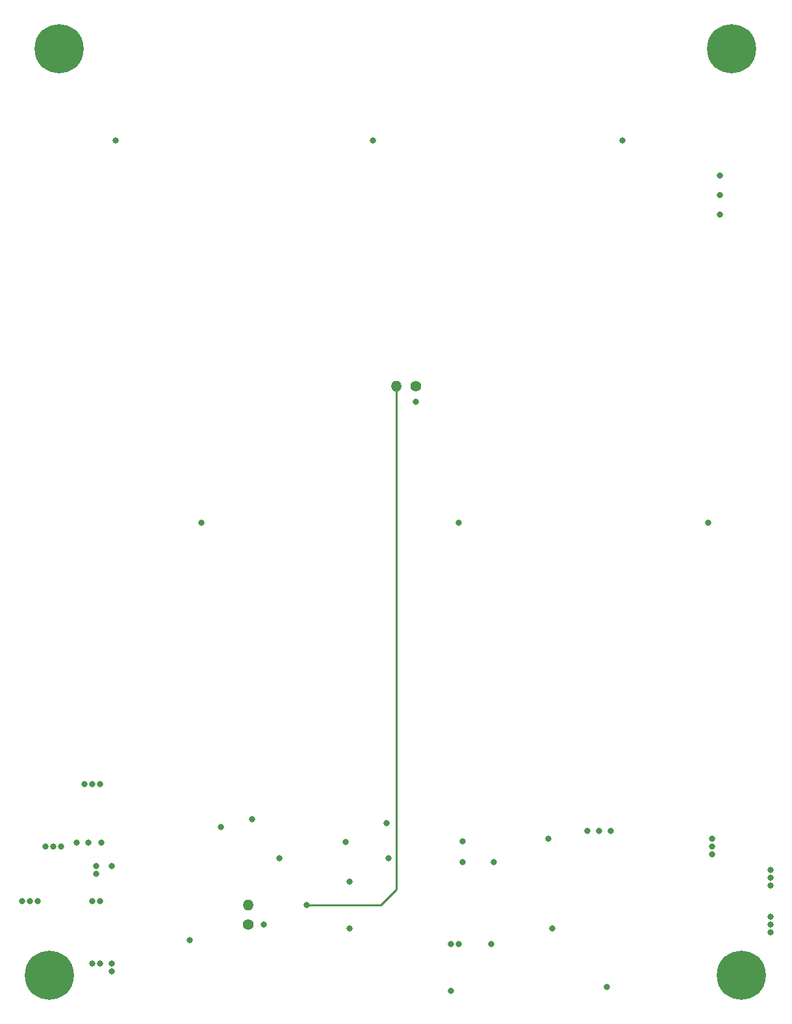
<source format=gbr>
%TF.GenerationSoftware,KiCad,Pcbnew,(5.1.9)-1*%
%TF.CreationDate,2021-05-10T20:34:24-02:30*%
%TF.ProjectId,beverageWarmer1,62657665-7261-4676-9557-61726d657231,rev?*%
%TF.SameCoordinates,Original*%
%TF.FileFunction,Copper,L4,Bot*%
%TF.FilePolarity,Positive*%
%FSLAX46Y46*%
G04 Gerber Fmt 4.6, Leading zero omitted, Abs format (unit mm)*
G04 Created by KiCad (PCBNEW (5.1.9)-1) date 2021-05-10 20:34:24*
%MOMM*%
%LPD*%
G01*
G04 APERTURE LIST*
%TA.AperFunction,ComponentPad*%
%ADD10C,0.800000*%
%TD*%
%TA.AperFunction,ComponentPad*%
%ADD11C,6.400000*%
%TD*%
%TA.AperFunction,ComponentPad*%
%ADD12O,1.400000X1.400000*%
%TD*%
%TA.AperFunction,ComponentPad*%
%ADD13C,1.400000*%
%TD*%
%TA.AperFunction,ViaPad*%
%ADD14C,0.800000*%
%TD*%
%TA.AperFunction,Conductor*%
%ADD15C,0.250000*%
%TD*%
G04 APERTURE END LIST*
D10*
%TO.P,REF\u002A\u002A,1*%
%TO.N,N/C*%
X185847056Y-150702944D03*
X184150000Y-150000000D03*
X182452944Y-150702944D03*
X181750000Y-152400000D03*
X182452944Y-154097056D03*
X184150000Y-154800000D03*
X185847056Y-154097056D03*
X186550000Y-152400000D03*
D11*
X184150000Y-152400000D03*
%TD*%
D10*
%TO.P,REF\u002A\u002A,1*%
%TO.N,N/C*%
X95677056Y-150702944D03*
X93980000Y-150000000D03*
X92282944Y-150702944D03*
X91580000Y-152400000D03*
X92282944Y-154097056D03*
X93980000Y-154800000D03*
X95677056Y-154097056D03*
X96380000Y-152400000D03*
D11*
X93980000Y-152400000D03*
%TD*%
%TO.P,REF\u002A\u002A,1*%
%TO.N,N/C*%
X95250000Y-31750000D03*
D10*
X97650000Y-31750000D03*
X96947056Y-33447056D03*
X95250000Y-34150000D03*
X93552944Y-33447056D03*
X92850000Y-31750000D03*
X93552944Y-30052944D03*
X95250000Y-29350000D03*
X96947056Y-30052944D03*
%TD*%
%TO.P,REF\u002A\u002A,1*%
%TO.N,N/C*%
X184577056Y-30052944D03*
X182880000Y-29350000D03*
X181182944Y-30052944D03*
X180480000Y-31750000D03*
X181182944Y-33447056D03*
X182880000Y-34150000D03*
X184577056Y-33447056D03*
X185280000Y-31750000D03*
D11*
X182880000Y-31750000D03*
%TD*%
D12*
%TO.P,TH401,2*%
%TO.N,Net-(R402-Pad1)*%
X119888000Y-143256000D03*
D13*
%TO.P,TH401,1*%
%TO.N,GND*%
X119888000Y-145796000D03*
%TD*%
D12*
%TO.P,TH400,2*%
%TO.N,Net-(R402-Pad1)*%
X139192000Y-75692000D03*
D13*
%TO.P,TH400,1*%
%TO.N,GND*%
X141732000Y-75692000D03*
%TD*%
D14*
%TO.N,GND*%
X99568000Y-150876000D03*
X100584000Y-150876000D03*
X100584000Y-142748000D03*
X99568000Y-142748000D03*
X102108000Y-138176000D03*
X100076000Y-139192000D03*
X141732000Y-77724000D03*
X113792000Y-93472000D03*
X147320000Y-93472000D03*
X179832000Y-93472000D03*
X102616000Y-43688000D03*
X136144000Y-43688000D03*
X168656000Y-43688000D03*
X121920000Y-145796000D03*
X180340000Y-134620000D03*
X180340000Y-136652000D03*
X180340000Y-135636000D03*
X187960000Y-138684000D03*
X187960000Y-140716000D03*
X187960000Y-139700000D03*
X187960000Y-144780000D03*
X187960000Y-145796000D03*
X187960000Y-146812000D03*
X98552000Y-127508000D03*
X99568000Y-127508000D03*
X100584000Y-127508000D03*
X90424000Y-142748000D03*
X91440000Y-142748000D03*
X92456000Y-142748000D03*
X97536000Y-135128000D03*
X181356000Y-48260000D03*
X181356000Y-53340000D03*
X181356000Y-50800000D03*
X120396000Y-132080000D03*
X123952000Y-137160000D03*
X133096000Y-146304000D03*
X112268000Y-147828000D03*
X137959000Y-132588000D03*
X138176000Y-137160000D03*
X147828000Y-137668000D03*
X151892000Y-137668000D03*
X166624000Y-153924000D03*
X151601000Y-148336000D03*
X147320000Y-148336000D03*
X146304000Y-154432000D03*
%TO.N,+12V*%
X99060000Y-135128000D03*
X100742990Y-135128000D03*
X93472000Y-135636000D03*
X95504000Y-135636000D03*
X94488000Y-135636000D03*
X167132000Y-133604000D03*
X165608000Y-133604000D03*
X164084000Y-133604000D03*
X159004000Y-134620000D03*
X116332000Y-133096000D03*
X102108000Y-150876000D03*
X102108000Y-151892000D03*
%TO.N,+5V*%
X147828000Y-135014500D03*
X132600819Y-135098665D03*
X100076000Y-138176000D03*
X133096000Y-140208000D03*
X159512000Y-146304000D03*
X146304000Y-148336000D03*
%TO.N,Net-(R402-Pad1)*%
X127508000Y-143256000D03*
%TD*%
D15*
%TO.N,Net-(R402-Pad1)*%
X127508000Y-143256000D02*
X137160000Y-143256000D01*
X139192000Y-141224000D02*
X139192000Y-75692000D01*
X137160000Y-143256000D02*
X139192000Y-141224000D01*
%TD*%
M02*

</source>
